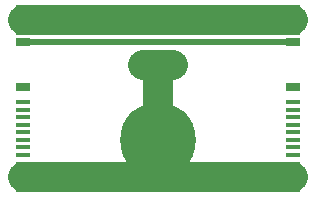
<source format=gbr>
G04 #@! TF.FileFunction,Copper,L2,Bot,Signal*
%FSLAX46Y46*%
G04 Gerber Fmt 4.6, Leading zero omitted, Abs format (unit mm)*
G04 Created by KiCad (PCBNEW 4.0.7-e2-6376~58~ubuntu16.04.1) date Sun Nov  4 22:15:49 2018*
%MOMM*%
%LPD*%
G01*
G04 APERTURE LIST*
%ADD10C,0.100000*%
%ADD11R,1.270000X2.540000*%
%ADD12R,1.270000X0.635000*%
%ADD13R,1.270000X0.304800*%
%ADD14C,6.400000*%
%ADD15C,0.762000*%
%ADD16C,0.600000*%
%ADD17C,2.540000*%
%ADD18C,0.508000*%
G04 APERTURE END LIST*
D10*
D11*
X0Y13335000D03*
X0Y0D03*
D12*
X0Y11430000D03*
D13*
X0Y6350000D03*
X0Y5715000D03*
X0Y5080000D03*
X0Y4445000D03*
X0Y3810000D03*
X0Y3175000D03*
X0Y2540000D03*
X0Y1905000D03*
D12*
X0Y7620000D03*
D11*
X22860000Y13335000D03*
X22860000Y0D03*
D12*
X22860000Y11430000D03*
D13*
X22860000Y6350000D03*
X22860000Y5715000D03*
X22860000Y5080000D03*
X22860000Y4445000D03*
X22860000Y3810000D03*
X22860000Y3175000D03*
X22860000Y2540000D03*
X22860000Y1905000D03*
D12*
X22860000Y7620000D03*
D14*
X11430000Y3175000D03*
D15*
X2540000Y13335000D03*
X3809962Y13335000D03*
X5080000Y13335000D03*
D16*
X19050000Y11430000D03*
X20320000Y11430000D03*
X17780000Y11430000D03*
D15*
X12700000Y9525000D03*
X11430000Y9525000D03*
X10160000Y9525000D03*
D17*
X0Y13335000D02*
X2540000Y13335000D01*
X2540000Y13335000D02*
X3809962Y13335000D01*
X5080000Y13335000D02*
X3809962Y13335000D01*
X7278998Y13335000D02*
X3809962Y13335000D01*
X4318000Y13335000D02*
X3809962Y13335000D01*
X5080000Y13335000D02*
X22860000Y13335000D01*
D18*
X19050000Y11430000D02*
X17780000Y11430000D01*
X19812000Y11430000D02*
X19050000Y11430000D01*
X20320000Y11430000D02*
X19812000Y11430000D01*
X22860000Y11430000D02*
X20320000Y11430000D01*
X17780000Y11430000D02*
X14732000Y11430000D01*
X14732000Y11430000D02*
X0Y11430000D01*
D17*
X11430000Y9525000D02*
X12700000Y9525000D01*
X11430000Y9525000D02*
X10160000Y9525000D01*
X11430000Y3175000D02*
X11430000Y9525000D01*
X0Y0D02*
X11430000Y0D01*
X11430000Y3175000D02*
X11430000Y0D01*
X11430000Y0D02*
X22860000Y0D01*
M02*

</source>
